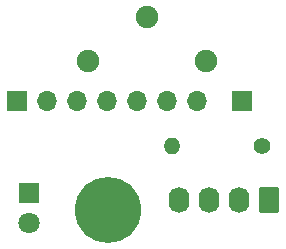
<source format=gbr>
%TF.GenerationSoftware,KiCad,Pcbnew,7.0.2*%
%TF.CreationDate,2023-12-15T19:23:06+00:00*%
%TF.ProjectId,rxhardware,72786861-7264-4776-9172-652e6b696361,rev?*%
%TF.SameCoordinates,Original*%
%TF.FileFunction,Soldermask,Top*%
%TF.FilePolarity,Negative*%
%FSLAX46Y46*%
G04 Gerber Fmt 4.6, Leading zero omitted, Abs format (unit mm)*
G04 Created by KiCad (PCBNEW 7.0.2) date 2023-12-15 19:23:06*
%MOMM*%
%LPD*%
G01*
G04 APERTURE LIST*
G04 Aperture macros list*
%AMRoundRect*
0 Rectangle with rounded corners*
0 $1 Rounding radius*
0 $2 $3 $4 $5 $6 $7 $8 $9 X,Y pos of 4 corners*
0 Add a 4 corners polygon primitive as box body*
4,1,4,$2,$3,$4,$5,$6,$7,$8,$9,$2,$3,0*
0 Add four circle primitives for the rounded corners*
1,1,$1+$1,$2,$3*
1,1,$1+$1,$4,$5*
1,1,$1+$1,$6,$7*
1,1,$1+$1,$8,$9*
0 Add four rect primitives between the rounded corners*
20,1,$1+$1,$2,$3,$4,$5,0*
20,1,$1+$1,$4,$5,$6,$7,0*
20,1,$1+$1,$6,$7,$8,$9,0*
20,1,$1+$1,$8,$9,$2,$3,0*%
G04 Aperture macros list end*
%ADD10R,1.700000X1.700000*%
%ADD11O,1.700000X1.700000*%
%ADD12C,5.600000*%
%ADD13RoundRect,0.250000X0.620000X0.845000X-0.620000X0.845000X-0.620000X-0.845000X0.620000X-0.845000X0*%
%ADD14O,1.740000X2.190000*%
%ADD15C,1.900000*%
%ADD16C,1.400000*%
%ADD17O,1.400000X1.400000*%
%ADD18R,1.800000X1.800000*%
%ADD19C,1.800000*%
G04 APERTURE END LIST*
D10*
%TO.C,J1*%
X149186000Y-87738000D03*
D11*
X151726000Y-87738000D03*
X154266000Y-87738000D03*
X156806000Y-87738000D03*
X159346000Y-87738000D03*
X161886000Y-87738000D03*
X164426000Y-87738000D03*
%TD*%
D12*
%TO.C,H1*%
X156898000Y-96925000D03*
%TD*%
D13*
%TO.C,J2*%
X170562000Y-96088000D03*
D14*
X168022000Y-96088000D03*
X165482000Y-96088000D03*
X162942000Y-96088000D03*
%TD*%
D15*
%TO.C,BT1*%
X165179000Y-84299000D03*
X155179000Y-84299000D03*
X160179000Y-80599000D03*
%TD*%
D16*
%TO.C,R1*%
X169951000Y-91549000D03*
D17*
X162331000Y-91549000D03*
%TD*%
D10*
%TO.C,AE1*%
X168249000Y-87738000D03*
%TD*%
D18*
%TO.C,D1*%
X150249000Y-95496000D03*
D19*
X150249000Y-98036000D03*
%TD*%
M02*

</source>
